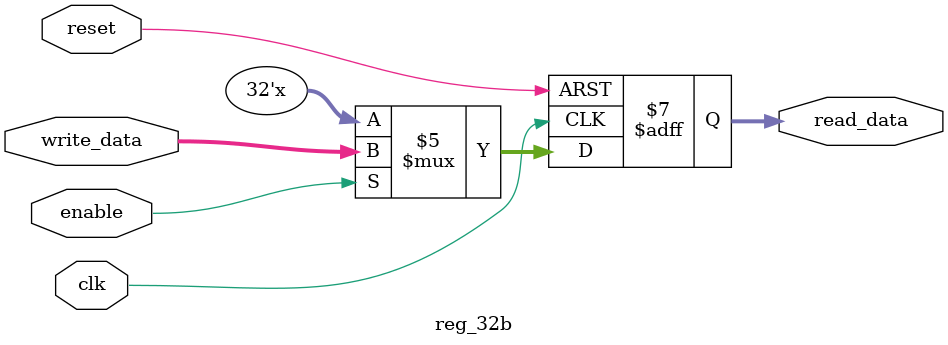
<source format=v>



module reg_32b(write_data,enable,reset,clk,read_data);
  input enable,reset,clk;
  input [31:0] write_data;
  output [31:0] read_data;
  reg [31:0] read_data;
  always @ (posedge reset or posedge clk) 
 begin
    if (reset==1)
      read_data=32'h00000000;
    else if (enable==1) 
      read_data=write_data;
    else 
       read_data=32'hxxxxxxxx;

  end
endmodule
</source>
